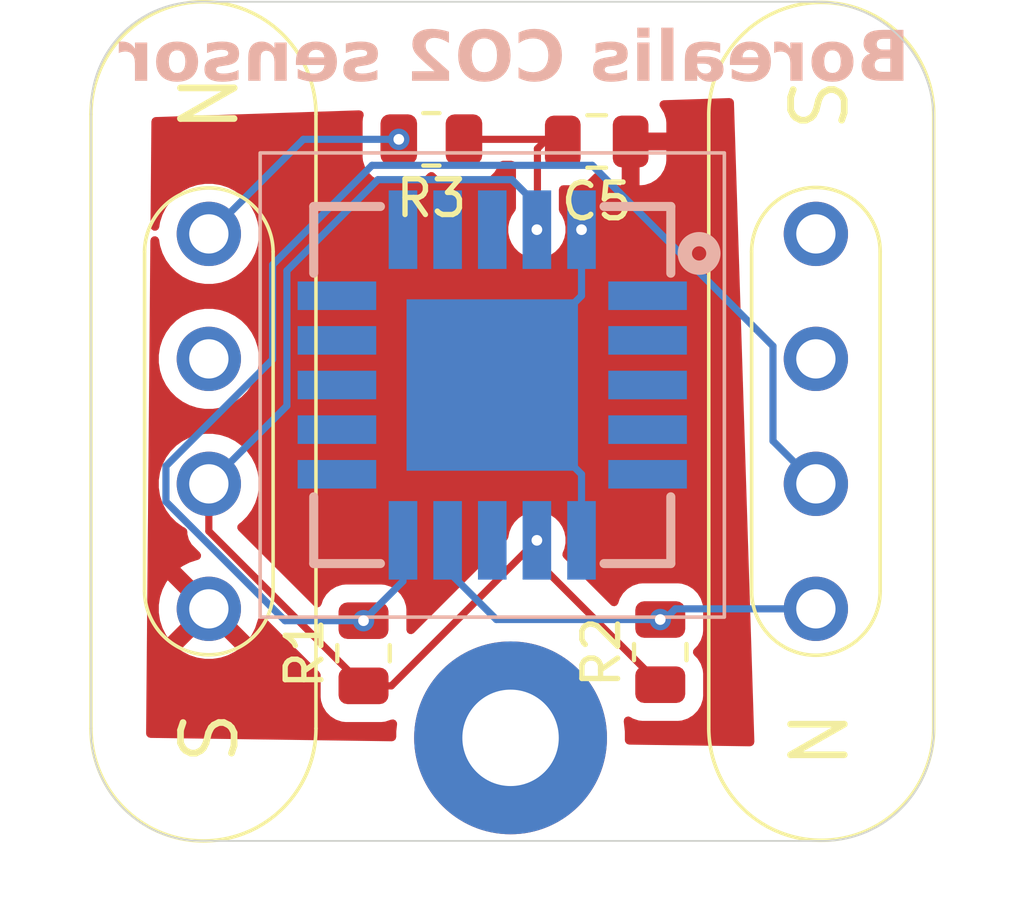
<source format=kicad_pcb>
(kicad_pcb (version 20241229) (generator "pcbnew") (generator_version "9.0")
  (layers (0 "F.Cu" signal) (2 "B.Cu" signal) (13 "F.Paste" user) (15 "B.Paste" user) (5 "F.SilkS" user "F.Silkscreen") (7 "B.SilkS" user "B.Silkscreen") (1 "F.Mask" user) (3 "B.Mask" user) (25 "Edge.Cuts" user))
  (net 0 "")
  (net 4 "GND")
  (net 7 "/SCL")
  (net 8 "+3.3V")
  (net 18 "/SDA")
  (net 19 "/ADC")
  (net 20 "+5V")
  (net 21 "/ID")
  (footprint "Resistor_SMD:R_0805_2012Metric" (layer "F.Cu") (at 146.87 112.5125 90)
    (property "Reference" "R1" (at 0 -1.65 90) (layer "F.SilkS"))
    (property "Value" "10K")
    (fp_line (start -0.227064 -0.735) (end 0.227064 -0.735) (stroke (width 0.12)) (layer "F.SilkS"))
    (fp_line (start -0.227064 0.735) (end 0.227064 0.735) (stroke (width 0.12)) (layer "F.SilkS"))
    (pad "1" smd roundrect (at -0.9125 0 90) (size 1.025 1.4) (layers "F.Cu" "F.Mask" "F.Paste") (roundrect_rratio 0.243902) (net 8 "+3.3V"))
    (pad "2" smd roundrect (at 0.9125 0 90) (size 1.025 1.4) (layers "F.Cu" "F.Mask" "F.Paste") (roundrect_rratio 0.243902) (net 18 "/SDA"))
  )
  (footprint "batteryholder:MAGNETIC POGO CONN." (layer "F.Cu") (at 142.537969 106.017969 90)
    (property "Reference" "U2" (hide yes))
    (property "Value" "MAGNETIC POGO CONN.")
    (fp_line (start -8.6 -3.3) (end 8.6 -3.3) (stroke (width 0.1)) (layer "F.SilkS"))
    (fp_line (start -4.75 -1.8) (end 4.75 -1.8) (stroke (width 0.1)) (layer "F.SilkS"))
    (fp_line (start -4.75 1.8) (end 4.75 1.8) (stroke (width 0.1)) (layer "F.SilkS"))
    (fp_line (start -8.6 3) (end 8.6 3) (stroke (width 0.1)) (layer "F.SilkS"))
    (fp_arc (start 8.6 -3.3) (mid 11.75 -0.15) (end 8.6 3) (stroke (width 0.1)) (layer "F.SilkS"))
    (fp_arc (start 4.75 -1.8) (mid 6.55 0) (end 4.75 1.8) (stroke (width 0.1)) (layer "F.SilkS"))
    (fp_arc (start -4.75 1.8) (mid -6.55 0) (end -4.75 -1.8) (stroke (width 0.1)) (layer "F.SilkS"))
    (fp_arc (start -8.6 3) (mid -11.75 -0.15) (end -8.6 -3.3) (stroke (width 0.1)) (layer "F.SilkS"))
    (fp_text user "S" (at -9.7 0.9 90) (layer "F.SilkS") (effects (font (size 1.5 1.5) (thickness 0.1875)) (justify left bottom)))
    (fp_text user "N" (at 8 0.9 90) (layer "F.SilkS") (effects (font (size 1.5 1.5) (thickness 0.1875)) (justify left bottom)))
    (pad "1" thru_hole circle (at -5.25 0 90) (size 1.8 1.8) (drill 1.1) (layers "*.Cu" "*.Mask") (net 4 "GND"))
    (pad "2" thru_hole circle (at -1.75 0 90) (size 1.8 1.8) (drill 1.1) (layers "*.Cu" "*.Mask") (net 8 "+3.3V"))
    (pad "3" thru_hole circle (at 1.75 0 90) (size 1.8 1.8) (drill 1.1) (layers "*.Cu" "*.Mask") (net 20 "+5V"))
    (pad "4" thru_hole circle (at 5.25 0 90) (size 1.8 1.8) (drill 1.1) (layers "*.Cu" "*.Mask") (net 21 "/ID"))
  )
  (footprint "Resistor_SMD:R_0805_2012Metric" (layer "F.Cu") (at 148.77 98.12 180)
    (property "Reference" "R3" (at 0 -1.65 0) (layer "F.SilkS"))
    (property "Value" "R")
    (fp_line (start -0.227064 0.735) (end 0.227064 0.735) (stroke (width 0.12)) (layer "F.SilkS"))
    (fp_line (start -0.227064 -0.735) (end 0.227064 -0.735) (stroke (width 0.12)) (layer "F.SilkS"))
    (pad "1" smd roundrect (at -0.9125 0 180) (size 1.025 1.4) (layers "F.Cu" "F.Mask" "F.Paste") (roundrect_rratio 0.243902) (net 8 "+3.3V"))
    (pad "2" smd roundrect (at 0.9125 0 180) (size 1.025 1.4) (layers "F.Cu" "F.Mask" "F.Paste") (roundrect_rratio 0.243902) (net 21 "/ID"))
  )
  (footprint "Capacitor_SMD:C_0805_2012Metric" (layer "F.Cu") (at 153.4 98.18 180)
    (property "Reference" "C5" (at 0 -1.68 0) (layer "F.SilkS"))
    (property "Value" "10microf")
    (fp_line (start -0.261252 0.735) (end 0.261252 0.735) (stroke (width 0.12)) (layer "F.SilkS"))
    (fp_line (start -0.261252 -0.735) (end 0.261252 -0.735) (stroke (width 0.12)) (layer "F.SilkS"))
    (pad "1" smd roundrect (at -0.95 0 180) (size 1 1.45) (layers "F.Cu" "F.Mask" "F.Paste") (net 4 "GND"))
    (pad "2" smd roundrect (at 0.95 0 180) (size 1 1.45) (layers "F.Cu" "F.Mask" "F.Paste") (net 8 "+3.3V"))
  )
  (footprint "batteryholder:MAGNETIC POGO CONN." (layer "F.Cu") (at 159.537969 106.017969 -90)
    (property "Reference" "U1" (hide yes))
    (property "Value" "MAGNETIC POGO CONN.")
    (fp_line (start -8.6 3) (end 8.6 3) (stroke (width 0.1)) (layer "F.SilkS"))
    (fp_line (start -4.75 1.8) (end 4.75 1.8) (stroke (width 0.1)) (layer "F.SilkS"))
    (fp_line (start -4.75 -1.8) (end 4.75 -1.8) (stroke (width 0.1)) (layer "F.SilkS"))
    (fp_line (start -8.6 -3.3) (end 8.6 -3.3) (stroke (width 0.1)) (layer "F.SilkS"))
    (fp_arc (start -8.6 3) (mid -11.75 -0.15) (end -8.6 -3.3) (stroke (width 0.1)) (layer "F.SilkS"))
    (fp_arc (start -4.75 1.8) (mid -6.55 0) (end -4.75 -1.8) (stroke (width 0.1)) (layer "F.SilkS"))
    (fp_arc (start 4.75 -1.8) (mid 6.55 0) (end 4.75 1.8) (stroke (width 0.1)) (layer "F.SilkS"))
    (fp_arc (start 8.6 -3.3) (mid 11.75 -0.15) (end 8.6 3) (stroke (width 0.1)) (layer "F.SilkS"))
    (fp_text user "S" (at -9.7 0.9 270) (layer "F.SilkS") (effects (font (size 1.5 1.5) (thickness 0.1875)) (justify left bottom)))
    (fp_text user "N" (at 8 0.9 270) (layer "F.SilkS") (effects (font (size 1.5 1.5) (thickness 0.1875)) (justify left bottom)))
    (pad "1" thru_hole circle (at -5.25 0 270) (size 1.8 1.8) (drill 1.1) (layers "*.Cu" "*.Mask"))
    (pad "2" thru_hole circle (at -1.75 0 270) (size 1.8 1.8) (drill 1.1) (layers "*.Cu" "*.Mask") (net 19 "/ADC"))
    (pad "3" thru_hole circle (at 1.75 0 270) (size 1.8 1.8) (drill 1.1) (layers "*.Cu" "*.Mask") (net 18 "/SDA"))
    (pad "4" thru_hole circle (at 5.25 0 270) (size 1.8 1.8) (drill 1.1) (layers "*.Cu" "*.Mask") (net 7 "/SCL"))
  )
  (footprint "MountingHole:MountingHole_2.7mm_M2.5_Pad" (layer "F.Cu") (at 150.987969 114.880969)
    (property "Reference" "H1" (hide yes))
    (property "Value" "MountingHole")
    (pad "1" thru_hole circle (at 0 0) (size 5.4 5.4) (drill 2.7) (layers "*.Cu" "*.Mask"))
  )
  (footprint "Resistor_SMD:R_0805_2012Metric" (layer "F.Cu") (at 155.18 112.48 90)
    (property "Reference" "R2" (at 0 -1.65 90) (layer "F.SilkS"))
    (property "Value" "10k")
    (fp_line (start -0.227064 -0.735) (end 0.227064 -0.735) (stroke (width 0.12)) (layer "F.SilkS"))
    (fp_line (start -0.227064 0.735) (end 0.227064 0.735) (stroke (width 0.12)) (layer "F.SilkS"))
    (pad "1" smd roundrect (at -0.9125 0 90) (size 1.025 1.4) (layers "F.Cu" "F.Mask" "F.Paste") (roundrect_rratio 0.243902) (net 8 "+3.3V"))
    (pad "2" smd roundrect (at 0.9125 0 90) (size 1.025 1.4) (layers "F.Cu" "F.Mask" "F.Paste") (roundrect_rratio 0.243902) (net 7 "/SCL"))
  )
  (footprint "batteryholder:SCD40 footprint" (layer "B.Cu") (at 150.475 105 180)
    (property "Reference" "U1" (hide yes))
    (property "Value" "SCD40-D-R2")
    (fp_line (start 5 5) (end 5 3.1312) (stroke (width 0.254)) (layer "B.SilkS"))
    (fp_line (start 5 -3.1312) (end 5 -5) (stroke (width 0.254)) (layer "B.SilkS"))
    (fp_line (start 5 -5) (end 3.1312 -5) (stroke (width 0.254)) (layer "B.SilkS"))
    (fp_line (start 3.1312 5) (end 5 5) (stroke (width 0.254)) (layer "B.SilkS"))
    (fp_line (start -3.1311 -5) (end -5 -5) (stroke (width 0.254)) (layer "B.SilkS"))
    (fp_line (start -5 5) (end -3.1311 5) (stroke (width 0.254)) (layer "B.SilkS"))
    (fp_line (start -5 3.1312) (end -5 5) (stroke (width 0.254)) (layer "B.SilkS"))
    (fp_line (start -5 -5) (end -5 -3.1312) (stroke (width 0.254)) (layer "B.SilkS"))
    (fp_circle (center -5.7928 3.685) (end -5.5929 3.685) (stroke (width 0.4)) (fill no) (layer "B.SilkS"))
    (pad "1" smd rect (at -4.3501 2.5001 180) (size 2.2 0.8) (layers "B.Cu" "B.Mask" "B.Paste"))
    (pad "2" smd rect (at -4.3501 1.2499 180) (size 2.2 0.8) (layers "B.Cu" "B.Mask" "B.Paste"))
    (pad "3" smd rect (at -4.3501 0 180) (size 2.2 0.8) (layers "B.Cu" "B.Mask" "B.Paste"))
    (pad "4" smd rect (at -4.3501 -1.25 180) (size 2.2 0.8) (layers "B.Cu" "B.Mask" "B.Paste"))
    (pad "5" smd rect (at -4.3501 -2.4999 180) (size 2.2 0.8) (layers "B.Cu" "B.Mask" "B.Paste"))
    (pad "6" smd rect (at -2.4999 -4.35 90) (size 2.2 0.8) (layers "B.Cu" "B.Mask" "B.Paste") (net 4 "GND"))
    (pad "7" smd rect (at -1.25 -4.35 90) (size 2.2 0.8) (layers "B.Cu" "B.Mask" "B.Paste") (net 8 "+3.3V"))
    (pad "8" smd rect (at -0.0001 -4.35 90) (size 2.2 0.8) (layers "B.Cu" "B.Mask" "B.Paste"))
    (pad "9" smd rect (at 1.2501 -4.35 90) (size 2.2 0.8) (layers "B.Cu" "B.Mask" "B.Paste") (net 7 "/SCL"))
    (pad "10" smd rect (at 2.5 -4.35 90) (size 2.2 0.8) (layers "B.Cu" "B.Mask" "B.Paste") (net 18 "/SDA"))
    (pad "11" smd rect (at 4.3499 -2.4999) (size 2.2 0.8) (layers "B.Cu" "B.Mask" "B.Paste"))
    (pad "12" smd rect (at 4.3499 -1.25) (size 2.2 0.8) (layers "B.Cu" "B.Mask" "B.Paste"))
    (pad "13" smd rect (at 4.3499 0) (size 2.2 0.8) (layers "B.Cu" "B.Mask" "B.Paste"))
    (pad "14" smd rect (at 4.3499 1.2499) (size 2.2 0.8) (layers "B.Cu" "B.Mask" "B.Paste"))
    (pad "15" smd rect (at 4.3499 2.5001) (size 2.2 0.8) (layers "B.Cu" "B.Mask" "B.Paste"))
    (pad "16" smd rect (at 2.5 4.35 270) (size 2.2 0.8) (layers "B.Cu" "B.Mask" "B.Paste"))
    (pad "17" smd rect (at 1.2501 4.35 270) (size 2.2 0.8) (layers "B.Cu" "B.Mask" "B.Paste"))
    (pad "18" smd rect (at -0.0001 4.35 270) (size 2.2 0.8) (layers "B.Cu" "B.Mask" "B.Paste"))
    (pad "19" smd rect (at -1.25 4.35 270) (size 2.2 0.8) (layers "B.Cu" "B.Mask" "B.Paste") (net 8 "+3.3V"))
    (pad "20" smd rect (at -2.4999 4.35 270) (size 2.2 0.8) (layers "B.Cu" "B.Mask" "B.Paste") (net 4 "GND"))
    (pad "21" smd rect (at -0.0001 0 90) (size 4.8 4.8) (layers "B.Cu" "B.Mask" "B.Paste") (net 4 "GND"))
  )
  (gr_rect (start 143.975 98.5) (end 156.975 111.5) (stroke (width 0.1)) (fill no) (layer "B.SilkS"))
  (gr_line (start 139.237969 114.767969) (end 139.237969 97.267969) (stroke (width 0.05)) (layer "Edge.Cuts"))
  (gr_line (start 162.837969 97.567969) (end 162.837969 114.667969) (stroke (width 0.05)) (layer "Edge.Cuts"))
  (gr_line (start 159.737969 117.767969) (end 142.437969 117.767969) (stroke (width 0.05)) (layer "Edge.Cuts"))
  (gr_arc (start 159.537969 94.267969) (mid 161.871421 95.234517) (end 162.837969 97.567969) (stroke (width 0.05)) (layer "Edge.Cuts"))
  (gr_line (start 142.237969 94.267969) (end 159.537969 94.267969) (stroke (width 0.05)) (layer "Edge.Cuts"))
  (gr_arc (start 139.237969 97.267969) (mid 140.116649 95.146649) (end 142.237969 94.267969) (stroke (width 0.05)) (layer "Edge.Cuts"))
  (gr_arc (start 142.437969 117.767969) (mid 140.216649 116.930711) (end 139.237969 114.767969) (stroke (width 0.05)) (layer "Edge.Cuts"))
  (gr_arc (start 162.837969 114.667969) (mid 161.93 116.86) (end 159.737969 117.767969) (stroke (width 0.05)) (layer "Edge.Cuts"))
  (gr_text "Borealis CO2 sensor" (at 151.09 95.9 0) (layer "B.SilkS") (effects (font (size 1.4 1.4) (thickness 0.3) (bold yes)) (justify mirror)))
  (segment (start 154.35 99.2749) (end 152.9749 100.65) (width 0.2) (layer "F.Cu") (net 4))
  (segment (start 154.35 98.18) (end 154.35 99.2749) (width 0.2) (layer "F.Cu") (net 4))
  (via blind (at 152.9749 100.65) (size 0.6) (drill 0.3) (layers "F.Cu" "B.Cu") (net 4))
  (segment (start 152.9749 107.4998) (end 150.4751 105) (width 0.2) (layer "B.Cu") (net 4))
  (segment (start 150.4751 105) (end 152.9749 102.5002) (width 0.2) (layer "B.Cu") (net 4))
  (segment (start 152.9749 109.35) (end 152.9749 107.4998) (width 0.2) (layer "B.Cu") (net 4))
  (segment (start 152.9749 102.5002) (end 152.9749 100.65) (width 0.2) (layer "B.Cu") (net 4))
  (via blind (at 155.18 111.5675) (size 0.6) (drill 0.3) (layers "F.Cu" "B.Cu") (net 7))
  (segment (start 155.3025 111.5675) (end 155.602031 111.267969) (width 0.2) (layer "B.Cu") (net 7))
  (segment (start 155.18 111.5675) (end 155.3025 111.5675) (width 0.2) (layer "B.Cu") (net 7))
  (segment (start 149.2249 110.2018) (end 150.5906 111.5675) (width 0.2) (layer "B.Cu") (net 7))
  (segment (start 149.2249 109.35) (end 149.2249 110.2018) (width 0.2) (layer "B.Cu") (net 7))
  (segment (start 150.5906 111.5675) (end 155.18 111.5675) (width 0.2) (layer "B.Cu") (net 7))
  (segment (start 155.602031 111.267969) (end 159.537969 111.267969) (width 0.2) (layer "B.Cu") (net 7))
  (segment (start 151.74 100.635) (end 151.725 100.65) (width 0.2) (layer "F.Cu") (net 8))
  (segment (start 155.18 113.3925) (end 151.725 109.9375) (width 0.2) (layer "F.Cu") (net 8))
  (segment (start 149.6825 98.12) (end 152.39 98.12) (width 0.2) (layer "F.Cu") (net 8))
  (segment (start 146.87 113.425) (end 147.65 113.425) (width 0.2) (layer "F.Cu") (net 8))
  (segment (start 142.537969 109.092969) (end 142.537969 107.767969) (width 0.2) (layer "F.Cu") (net 8))
  (segment (start 151.74 98.38) (end 151.74 100.635) (width 0.2) (layer "F.Cu") (net 8))
  (segment (start 152.39 98.12) (end 152.45 98.18) (width 0.2) (layer "F.Cu") (net 8))
  (segment (start 146.87 113.425) (end 142.537969 109.092969) (width 0.2) (layer "F.Cu") (net 8))
  (segment (start 151.94 98.18) (end 151.74 98.38) (width 0.2) (layer "F.Cu") (net 8))
  (segment (start 151.725 109.9375) (end 151.725 109.35) (width 0.2) (layer "F.Cu") (net 8))
  (segment (start 152.45 98.18) (end 151.94 98.18) (width 0.2) (layer "F.Cu") (net 8))
  (segment (start 147.65 113.425) (end 151.725 109.35) (width 0.2) (layer "F.Cu") (net 8))
  (via blind (at 151.725 109.35) (size 0.6) (drill 0.3) (layers "F.Cu" "B.Cu") (net 8))
  (via blind (at 151.725 100.65) (size 0.6) (drill 0.3) (layers "F.Cu" "B.Cu") (net 8))
  (segment (start 142.537969 107.767969) (end 144.7241 105.581838) (width 0.2) (layer "B.Cu") (net 8))
  (segment (start 144.7241 101.7989) (end 147.274 99.249) (width 0.2) (layer "B.Cu") (net 8))
  (segment (start 151.725 99.95) (end 151.725 100.65) (width 0.2) (layer "B.Cu") (net 8))
  (segment (start 144.7241 105.581838) (end 144.7241 101.7989) (width 0.2) (layer "B.Cu") (net 8))
  (segment (start 151.024 99.249) (end 151.725 99.95) (width 0.2) (layer "B.Cu") (net 8))
  (segment (start 147.274 99.249) (end 151.024 99.249) (width 0.2) (layer "B.Cu") (net 8))
  (via blind (at 146.87 111.6) (size 0.6) (drill 0.3) (layers "F.Cu" "B.Cu") (net 18))
  (segment (start 141.336969 107.270498) (end 144.3231 104.284367) (width 0.2) (layer "B.Cu") (net 18))
  (segment (start 153.2749 98.848) (end 158.336969 103.910069) (width 0.2) (layer "B.Cu") (net 18))
  (segment (start 141.336969 108.26544) (end 141.336969 107.270498) (width 0.2) (layer "B.Cu") (net 18))
  (segment (start 144.671529 111.6) (end 141.336969 108.26544) (width 0.2) (layer "B.Cu") (net 18))
  (segment (start 144.3231 101.6328) (end 147.1079 98.848) (width 0.2) (layer "B.Cu") (net 18))
  (segment (start 144.3231 104.284367) (end 144.3231 101.6328) (width 0.2) (layer "B.Cu") (net 18))
  (segment (start 147.975 109.35) (end 147.975 110.495) (width 0.2) (layer "B.Cu") (net 18))
  (segment (start 146.87 111.6) (end 144.671529 111.6) (width 0.2) (layer "B.Cu") (net 18))
  (segment (start 147.975 110.495) (end 146.87 111.6) (width 0.2) (layer "B.Cu") (net 18))
  (segment (start 158.336969 103.910069) (end 158.336969 106.566969) (width 0.2) (layer "B.Cu") (net 18))
  (segment (start 158.336969 106.566969) (end 159.537969 107.767969) (width 0.2) (layer "B.Cu") (net 18))
  (segment (start 147.1079 98.848) (end 153.2749 98.848) (width 0.2) (layer "B.Cu") (net 18))
  (via blind (at 147.8575 98.12) (size 0.6) (drill 0.3) (layers "F.Cu" "B.Cu") (net 21))
  (segment (start 145.185938 98.12) (end 147.8575 98.12) (width 0.2) (layer "B.Cu") (net 21))
  (segment (start 142.537969 100.767969) (end 145.185938 98.12) (width 0.2) (layer "B.Cu") (net 21))
  (zone (net 4) (net_name "GND") (layer "F.Cu") (connect_pads (clearance 0.5)) (min_thickness 0.25) (fill yes (thermal_gap 0.5) (thermal_bridge_width 0.5))
    (polygon (pts (xy 140.93 97.5) (xy 157.24 96.96) (xy 157.82 115.12) (xy 140.78 114.880969)))
  )
)
</source>
